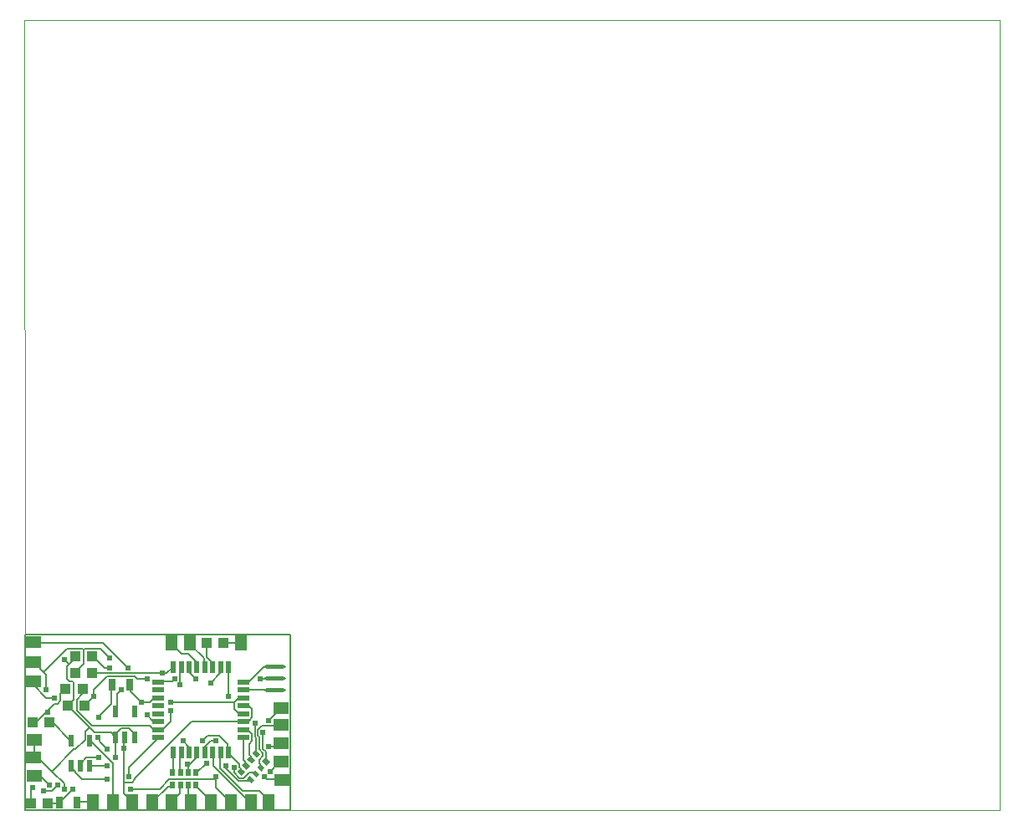
<source format=gtl>
G75*
%MOIN*%
%OFA0B0*%
%FSLAX25Y25*%
%IPPOS*%
%LPD*%
%AMOC8*
5,1,8,0,0,1.08239X$1,22.5*
%
%ADD10C,0.00000*%
%ADD11C,0.00700*%
%ADD12R,0.04331X0.03937*%
%ADD13R,0.06000X0.05000*%
%ADD14R,0.05000X0.06000*%
%ADD15R,0.03150X0.04724*%
%ADD16R,0.01969X0.02559*%
%ADD17R,0.02165X0.04724*%
%ADD18R,0.05000X0.02200*%
%ADD19R,0.02200X0.05000*%
%ADD20C,0.01772*%
%ADD21C,0.01000*%
%ADD22C,0.00500*%
%ADD23C,0.02400*%
D10*
X0002934Y0075619D02*
X0002502Y0320712D01*
X0391203Y0320712D01*
X0391203Y0005751D01*
X0108515Y0005584D01*
D11*
X0002867Y0005651D02*
X0002934Y0075619D01*
X0108462Y0075672D01*
X0108515Y0005584D01*
X0002867Y0005651D01*
D12*
X0005040Y0008242D03*
X0011732Y0008242D03*
X0012370Y0040535D03*
X0005677Y0040535D03*
X0019913Y0047467D03*
X0026606Y0047467D03*
X0025637Y0053851D03*
X0018945Y0053851D03*
X0022628Y0060343D03*
X0029321Y0060343D03*
X0029406Y0067084D03*
X0022713Y0067084D03*
X0074975Y0072340D03*
X0081668Y0072340D03*
D13*
X0104773Y0046325D03*
X0104773Y0039702D03*
X0104773Y0032467D03*
X0104737Y0025139D03*
X0105034Y0017648D03*
X0006475Y0019216D03*
X0006263Y0026550D03*
X0006302Y0033526D03*
X0006112Y0056957D03*
X0006180Y0064829D03*
X0006233Y0072841D03*
D14*
X0060951Y0072277D03*
X0068404Y0072277D03*
X0088774Y0072325D03*
X0092826Y0009137D03*
X0099826Y0009074D03*
X0084750Y0009033D03*
X0076801Y0009001D03*
X0068899Y0009056D03*
X0061201Y0008926D03*
X0053373Y0008926D03*
X0045402Y0008973D03*
X0037771Y0008927D03*
X0029783Y0009032D03*
D15*
X0023520Y0008741D03*
X0016433Y0008741D03*
X0037285Y0055537D03*
X0044371Y0055537D03*
D16*
X0061467Y0020545D03*
X0064617Y0020545D03*
X0067766Y0020545D03*
X0070916Y0020545D03*
X0070916Y0015624D03*
X0067766Y0015624D03*
X0064617Y0015624D03*
X0061467Y0015624D03*
G36*
X0087225Y0020997D02*
X0088490Y0022504D01*
X0090449Y0020861D01*
X0089184Y0019354D01*
X0087225Y0020997D01*
G37*
G36*
X0089250Y0023410D02*
X0090515Y0024917D01*
X0092474Y0023274D01*
X0091209Y0021767D01*
X0089250Y0023410D01*
G37*
G36*
X0091274Y0025822D02*
X0092539Y0027329D01*
X0094498Y0025686D01*
X0093233Y0024179D01*
X0091274Y0025822D01*
G37*
G36*
X0093299Y0028235D02*
X0094564Y0029742D01*
X0096523Y0028099D01*
X0095258Y0026592D01*
X0093299Y0028235D01*
G37*
G36*
X0095044Y0022659D02*
X0096309Y0024166D01*
X0098268Y0022523D01*
X0097003Y0021016D01*
X0095044Y0022659D01*
G37*
G36*
X0093019Y0020246D02*
X0094284Y0021753D01*
X0096243Y0020110D01*
X0094978Y0018603D01*
X0093019Y0020246D01*
G37*
G36*
X0090995Y0017833D02*
X0092260Y0019340D01*
X0094219Y0017697D01*
X0092954Y0016190D01*
X0090995Y0017833D01*
G37*
G36*
X0097069Y0025072D02*
X0098334Y0026579D01*
X0100293Y0024936D01*
X0099028Y0023429D01*
X0097069Y0025072D01*
G37*
D17*
X0046334Y0034819D03*
X0042593Y0034819D03*
X0038853Y0034819D03*
X0028605Y0033440D03*
X0021125Y0033440D03*
X0021125Y0023203D03*
X0024865Y0023203D03*
X0028605Y0023203D03*
X0038853Y0045056D03*
X0046334Y0045056D03*
D18*
X0055927Y0044106D03*
X0055927Y0047255D03*
X0055927Y0050405D03*
X0055927Y0053555D03*
X0055927Y0056704D03*
X0055927Y0040956D03*
X0055927Y0037806D03*
X0055927Y0034657D03*
X0089727Y0034657D03*
X0089727Y0037806D03*
X0089727Y0040956D03*
X0089727Y0044106D03*
X0089727Y0047255D03*
X0089727Y0050405D03*
X0089727Y0053555D03*
X0089727Y0056704D03*
D19*
X0083851Y0062580D03*
X0080701Y0062580D03*
X0077552Y0062580D03*
X0074402Y0062580D03*
X0071253Y0062580D03*
X0068103Y0062580D03*
X0064953Y0062580D03*
X0061804Y0062580D03*
X0061804Y0028780D03*
X0064953Y0028780D03*
X0068103Y0028780D03*
X0071253Y0028780D03*
X0074402Y0028780D03*
X0077552Y0028780D03*
X0080701Y0028780D03*
X0083851Y0028780D03*
D20*
X0099281Y0053539D02*
X0105009Y0053539D01*
X0105009Y0058264D02*
X0099281Y0058264D01*
X0099281Y0062988D02*
X0105009Y0062988D01*
D21*
X0106145Y0062988D02*
X0102145Y0062988D01*
X0098145Y0062988D01*
X0098145Y0058264D02*
X0102145Y0058264D01*
X0106145Y0058264D01*
X0106145Y0053539D02*
X0102145Y0053539D01*
X0098145Y0053539D01*
D22*
X0098152Y0053601D01*
X0089902Y0053601D01*
X0089727Y0053555D01*
X0089727Y0056704D02*
X0089902Y0056901D01*
X0092102Y0056901D01*
X0098152Y0062951D01*
X0098145Y0062988D01*
X0098145Y0058264D02*
X0098152Y0058001D01*
X0096502Y0058001D01*
X0089727Y0050405D02*
X0089352Y0050301D01*
X0087702Y0050301D01*
X0086052Y0048651D01*
X0060752Y0048651D01*
X0060752Y0045351D02*
X0060752Y0040951D01*
X0058002Y0038201D01*
X0056352Y0038201D01*
X0055927Y0037806D01*
X0055802Y0038201D01*
X0053602Y0038201D01*
X0052502Y0039301D01*
X0029402Y0039301D01*
X0023352Y0045351D01*
X0023352Y0049751D01*
X0025552Y0051951D01*
X0025552Y0053601D01*
X0025637Y0053851D01*
X0022252Y0056351D02*
X0022252Y0049751D01*
X0020052Y0047551D01*
X0019913Y0047467D01*
X0020052Y0047001D01*
X0028302Y0038751D01*
X0026652Y0037101D01*
X0026652Y0033801D01*
X0022802Y0029951D01*
X0022252Y0029951D01*
X0013452Y0021151D01*
X0018402Y0016201D01*
X0018402Y0014001D01*
X0015652Y0015651D02*
X0013452Y0013451D01*
X0010152Y0013451D01*
X0012352Y0015651D02*
X0009052Y0018951D01*
X0006852Y0018951D01*
X0006475Y0019216D01*
X0005752Y0014551D02*
X0005202Y0014001D01*
X0005202Y0008501D01*
X0005040Y0008242D01*
X0011732Y0008242D02*
X0011802Y0008501D01*
X0016202Y0008501D01*
X0016433Y0008741D01*
X0016752Y0009051D01*
X0021702Y0014001D01*
X0025552Y0017851D02*
X0035452Y0017851D01*
X0042052Y0016751D02*
X0045352Y0016751D01*
X0046452Y0017851D01*
X0046452Y0018401D01*
X0069002Y0040951D01*
X0089352Y0040951D01*
X0089727Y0040956D01*
X0089902Y0041501D01*
X0092102Y0041501D01*
X0093202Y0042601D01*
X0093202Y0045901D01*
X0092102Y0047001D01*
X0089902Y0047001D01*
X0089727Y0047255D01*
X0089352Y0044251D02*
X0089727Y0044106D01*
X0089352Y0044251D02*
X0087702Y0044251D01*
X0086052Y0045901D01*
X0086052Y0048651D01*
X0083852Y0050851D02*
X0083852Y0062401D01*
X0083851Y0062580D01*
X0080701Y0062580D02*
X0080552Y0062401D01*
X0080552Y0060201D01*
X0076702Y0056351D01*
X0070652Y0058001D02*
X0068452Y0060201D01*
X0068452Y0062401D01*
X0068103Y0062580D01*
X0071202Y0062951D02*
X0071202Y0064601D01*
X0067902Y0067901D01*
X0065152Y0067901D01*
X0061302Y0071751D01*
X0060951Y0072277D01*
X0068404Y0072277D02*
X0068452Y0071751D01*
X0073952Y0066251D01*
X0073952Y0062951D01*
X0074402Y0062580D01*
X0077252Y0062951D02*
X0077252Y0064601D01*
X0075052Y0066801D01*
X0075052Y0072301D01*
X0074975Y0072340D01*
X0081668Y0072340D02*
X0082202Y0072301D01*
X0088252Y0072301D01*
X0088774Y0072325D01*
X0077252Y0062951D02*
X0077552Y0062580D01*
X0071253Y0062580D02*
X0071202Y0062951D01*
X0064953Y0062580D02*
X0064602Y0062401D01*
X0064602Y0055801D01*
X0062402Y0058001D02*
X0061302Y0056901D01*
X0056352Y0056901D01*
X0055927Y0056704D01*
X0057452Y0060201D02*
X0029402Y0060201D01*
X0029321Y0060343D01*
X0026102Y0064051D02*
X0026102Y0069551D01*
X0026652Y0070101D01*
X0032702Y0070101D01*
X0036552Y0066251D01*
X0036552Y0062401D02*
X0034352Y0062401D01*
X0029952Y0066801D01*
X0029406Y0067084D01*
X0026102Y0069551D02*
X0025552Y0070101D01*
X0019502Y0070101D01*
X0010152Y0060751D01*
X0011252Y0059651D01*
X0011252Y0053601D01*
X0011252Y0050301D02*
X0006302Y0055251D01*
X0006302Y0056901D01*
X0006112Y0056957D01*
X0010152Y0060751D02*
X0006302Y0064601D01*
X0006180Y0064829D01*
X0006302Y0072301D02*
X0006233Y0072841D01*
X0006302Y0072301D02*
X0033802Y0072301D01*
X0043702Y0062401D01*
X0046452Y0059101D02*
X0035452Y0059101D01*
X0029952Y0053601D01*
X0029952Y0050851D01*
X0026652Y0047551D01*
X0026606Y0047467D01*
X0032702Y0043701D02*
X0032183Y0042601D01*
X0032702Y0043701D02*
X0037102Y0048101D01*
X0037102Y0055251D01*
X0037285Y0055537D01*
X0039302Y0051951D02*
X0040952Y0053601D01*
X0039302Y0051951D02*
X0039302Y0045351D01*
X0038853Y0045056D01*
X0044802Y0053051D02*
X0049202Y0048651D01*
X0052502Y0048651D01*
X0054152Y0050301D01*
X0055802Y0050301D01*
X0055927Y0050405D01*
X0051402Y0043701D02*
X0053602Y0041501D01*
X0055802Y0041501D01*
X0055927Y0040956D01*
X0055927Y0034657D02*
X0055802Y0034351D01*
X0044252Y0022801D01*
X0044252Y0018951D01*
X0042052Y0016751D02*
X0042052Y0030501D01*
X0042052Y0034351D01*
X0042593Y0034819D01*
X0045902Y0034901D02*
X0045902Y0036551D01*
X0044252Y0038201D01*
X0040952Y0038201D01*
X0038202Y0035451D01*
X0038853Y0034819D01*
X0038752Y0034351D01*
X0038752Y0026651D01*
X0037652Y0024451D02*
X0037652Y0009051D01*
X0037771Y0008927D01*
X0042052Y0012351D02*
X0045352Y0009051D01*
X0045402Y0008973D01*
X0042052Y0012351D02*
X0042052Y0016751D01*
X0044802Y0014001D02*
X0056352Y0014001D01*
X0060202Y0017851D01*
X0078902Y0017851D01*
X0078902Y0018951D01*
X0078902Y0017851D02*
X0078902Y0014551D01*
X0084402Y0009051D01*
X0084750Y0009033D01*
X0089352Y0013451D02*
X0095952Y0013451D01*
X0099802Y0009601D01*
X0099826Y0009074D01*
X0092826Y0009137D02*
X0092652Y0009601D01*
X0091552Y0009601D01*
X0077802Y0023351D01*
X0077802Y0028301D01*
X0077552Y0028780D01*
X0080552Y0028301D02*
X0080701Y0028780D01*
X0080552Y0028301D02*
X0080552Y0022251D01*
X0089352Y0013451D01*
X0087702Y0017301D02*
X0082752Y0022251D01*
X0082752Y0023351D01*
X0086052Y0022801D02*
X0086052Y0020601D01*
X0088252Y0018401D01*
X0089902Y0018401D01*
X0092102Y0020601D01*
X0094302Y0020601D01*
X0094631Y0020178D01*
X0092607Y0017765D02*
X0092102Y0017301D01*
X0087702Y0017301D01*
X0088837Y0020929D02*
X0088802Y0021151D01*
X0088802Y0022251D01*
X0088252Y0022801D01*
X0088252Y0023901D01*
X0083852Y0028301D01*
X0083851Y0028780D01*
X0083302Y0028851D01*
X0083302Y0032151D01*
X0080002Y0035451D01*
X0075602Y0035451D01*
X0073402Y0033251D01*
X0074502Y0031051D02*
X0076702Y0033251D01*
X0078902Y0033251D01*
X0074502Y0031051D02*
X0074502Y0028851D01*
X0074402Y0028780D01*
X0071253Y0028780D02*
X0071202Y0028301D01*
X0071202Y0026651D01*
X0067902Y0023351D01*
X0067352Y0023901D01*
X0067902Y0023351D02*
X0067902Y0020601D01*
X0067766Y0020545D01*
X0064617Y0020545D02*
X0064602Y0020601D01*
X0064602Y0028301D01*
X0064953Y0028780D01*
X0067902Y0028851D02*
X0067902Y0031051D01*
X0065702Y0033251D01*
X0067902Y0028851D02*
X0068103Y0028780D01*
X0061852Y0028301D02*
X0061852Y0020601D01*
X0061467Y0020545D01*
X0061467Y0015624D02*
X0061302Y0015101D01*
X0059652Y0015101D01*
X0053602Y0009051D01*
X0053373Y0008926D01*
X0061201Y0008926D02*
X0061302Y0009051D01*
X0064602Y0012351D01*
X0064602Y0015101D01*
X0064617Y0015624D01*
X0067766Y0015624D02*
X0067902Y0015101D01*
X0067902Y0010151D01*
X0068452Y0009601D01*
X0068899Y0009056D01*
X0071202Y0015101D02*
X0070916Y0015624D01*
X0071202Y0015101D02*
X0077252Y0009051D01*
X0076801Y0009001D01*
X0071202Y0020601D02*
X0070916Y0020545D01*
X0071202Y0020601D02*
X0075052Y0024451D01*
X0089902Y0025551D02*
X0089902Y0034351D01*
X0089727Y0034657D01*
X0089902Y0037651D02*
X0089727Y0037806D01*
X0089902Y0037651D02*
X0091552Y0037651D01*
X0093202Y0036001D01*
X0093202Y0033251D01*
X0092102Y0032151D01*
X0092102Y0027751D01*
X0092652Y0027201D01*
X0092652Y0026101D01*
X0092886Y0025754D01*
X0090452Y0025001D02*
X0089902Y0025551D01*
X0090452Y0025001D02*
X0090452Y0023351D01*
X0090862Y0023342D01*
X0095952Y0024451D02*
X0095952Y0025551D01*
X0097602Y0027201D01*
X0097602Y0028301D01*
X0095952Y0029951D01*
X0095952Y0034901D01*
X0095402Y0035451D01*
X0095402Y0037651D01*
X0097052Y0039301D01*
X0104752Y0039301D01*
X0104773Y0039702D01*
X0099802Y0041501D02*
X0104752Y0046451D01*
X0104773Y0046325D01*
X0094302Y0040401D02*
X0094302Y0034901D01*
X0094852Y0034351D01*
X0094852Y0028301D01*
X0094911Y0028167D01*
X0097602Y0029951D02*
X0097602Y0036551D01*
X0099802Y0031051D02*
X0103652Y0031051D01*
X0104752Y0032151D01*
X0104773Y0032467D01*
X0098702Y0028851D02*
X0097602Y0029951D01*
X0098702Y0028851D02*
X0098702Y0025551D01*
X0098681Y0025004D01*
X0096502Y0023901D02*
X0095952Y0024451D01*
X0096502Y0023901D02*
X0096502Y0022801D01*
X0096656Y0022591D01*
X0100352Y0021151D02*
X0104202Y0025001D01*
X0104737Y0025139D01*
X0104752Y0017851D02*
X0099252Y0017851D01*
X0098152Y0018951D01*
X0104752Y0017851D02*
X0105034Y0017648D01*
X0061852Y0028301D02*
X0061804Y0028780D01*
X0046334Y0034819D02*
X0045902Y0034901D01*
X0038853Y0034819D02*
X0038752Y0034901D01*
X0038202Y0035451D01*
X0037102Y0036551D01*
X0030478Y0036744D01*
X0028302Y0038751D01*
X0028605Y0033440D02*
X0028852Y0033251D01*
X0037652Y0024451D01*
X0035452Y0023351D02*
X0028852Y0023351D01*
X0028605Y0023203D01*
X0025002Y0023351D02*
X0024865Y0023203D01*
X0025002Y0023351D02*
X0025002Y0024451D01*
X0027202Y0026651D01*
X0032152Y0026651D01*
X0035452Y0029951D02*
X0032702Y0032701D01*
X0031870Y0034594D01*
X0021125Y0033440D02*
X0020602Y0033801D01*
X0014002Y0040401D01*
X0012902Y0040401D01*
X0012370Y0040535D01*
X0011802Y0044801D02*
X0011252Y0044801D01*
X0007402Y0040951D01*
X0005752Y0040951D01*
X0005677Y0040535D01*
X0011252Y0044801D02*
X0014552Y0048101D01*
X0015652Y0048101D01*
X0016752Y0049201D01*
X0016752Y0051951D01*
X0018402Y0053601D01*
X0018945Y0053851D01*
X0020602Y0056901D02*
X0021702Y0056901D01*
X0022252Y0056351D01*
X0020602Y0056901D02*
X0019502Y0058001D01*
X0019502Y0062951D01*
X0020602Y0064051D01*
X0020052Y0064051D01*
X0018402Y0065701D01*
X0020602Y0064051D02*
X0022252Y0065701D01*
X0022252Y0066801D01*
X0022713Y0067084D01*
X0026102Y0064051D02*
X0022802Y0060751D01*
X0022628Y0060343D01*
X0014552Y0050301D02*
X0011252Y0050301D01*
X0006302Y0033526D02*
X0006302Y0033251D01*
X0006302Y0026651D01*
X0006263Y0026550D01*
X0006302Y0026101D01*
X0008502Y0026101D01*
X0013452Y0021151D01*
X0021152Y0022801D02*
X0022802Y0021151D01*
X0022802Y0020601D01*
X0025552Y0017851D01*
X0021152Y0022801D02*
X0021125Y0023203D01*
X0023902Y0009051D02*
X0023520Y0008741D01*
X0023902Y0009051D02*
X0029402Y0009051D01*
X0029783Y0009032D01*
X0044802Y0053051D02*
X0044802Y0055251D01*
X0044371Y0055537D01*
X0047552Y0058001D02*
X0046452Y0059101D01*
X0047552Y0058001D02*
X0051402Y0058001D01*
X0057452Y0060201D02*
X0059102Y0060201D01*
X0061302Y0062401D01*
X0061804Y0062580D01*
D23*
X0062402Y0058001D03*
X0064602Y0055801D03*
X0070652Y0058001D03*
X0076702Y0056351D03*
X0083852Y0050851D03*
X0096502Y0058001D03*
X0099802Y0041501D03*
X0097602Y0036551D03*
X0094302Y0040401D03*
X0099802Y0031051D03*
X0100352Y0021151D03*
X0098152Y0018951D03*
X0086052Y0022801D03*
X0082752Y0023351D03*
X0078902Y0018951D03*
X0075052Y0024451D03*
X0067352Y0023901D03*
X0065702Y0033251D03*
X0073402Y0033251D03*
X0078902Y0033251D03*
X0060752Y0045351D03*
X0060752Y0048651D03*
X0051402Y0043701D03*
X0049202Y0048651D03*
X0040952Y0053601D03*
X0043702Y0062401D03*
X0036552Y0062401D03*
X0036552Y0066251D03*
X0051402Y0058001D03*
X0057452Y0060201D03*
X0032183Y0042601D03*
X0029952Y0050851D03*
X0014552Y0050301D03*
X0011252Y0053601D03*
X0011802Y0044801D03*
X0031870Y0034594D03*
X0035452Y0029951D03*
X0032152Y0026651D03*
X0035452Y0023351D03*
X0038752Y0026651D03*
X0042052Y0030501D03*
X0044252Y0018951D03*
X0044802Y0014001D03*
X0035452Y0017851D03*
X0021702Y0014001D03*
X0018402Y0014001D03*
X0015652Y0015651D03*
X0012352Y0015651D03*
X0010152Y0013451D03*
X0005752Y0014551D03*
X0018402Y0065701D03*
M02*

</source>
